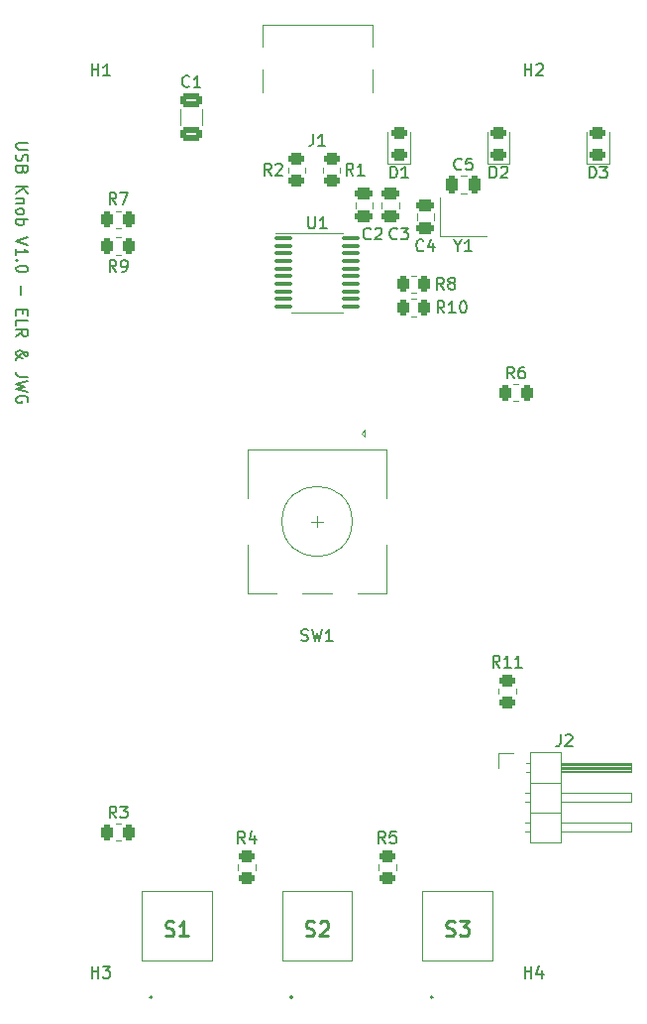
<source format=gto>
%TF.GenerationSoftware,KiCad,Pcbnew,(6.0.5)*%
%TF.CreationDate,2024-07-06T21:19:43+02:00*%
%TF.ProjectId,USB_Knob,5553425f-4b6e-46f6-922e-6b696361645f,rev?*%
%TF.SameCoordinates,Original*%
%TF.FileFunction,Legend,Top*%
%TF.FilePolarity,Positive*%
%FSLAX46Y46*%
G04 Gerber Fmt 4.6, Leading zero omitted, Abs format (unit mm)*
G04 Created by KiCad (PCBNEW (6.0.5)) date 2024-07-06 21:19:43*
%MOMM*%
%LPD*%
G01*
G04 APERTURE LIST*
G04 Aperture macros list*
%AMRoundRect*
0 Rectangle with rounded corners*
0 $1 Rounding radius*
0 $2 $3 $4 $5 $6 $7 $8 $9 X,Y pos of 4 corners*
0 Add a 4 corners polygon primitive as box body*
4,1,4,$2,$3,$4,$5,$6,$7,$8,$9,$2,$3,0*
0 Add four circle primitives for the rounded corners*
1,1,$1+$1,$2,$3*
1,1,$1+$1,$4,$5*
1,1,$1+$1,$6,$7*
1,1,$1+$1,$8,$9*
0 Add four rect primitives between the rounded corners*
20,1,$1+$1,$2,$3,$4,$5,0*
20,1,$1+$1,$4,$5,$6,$7,0*
20,1,$1+$1,$6,$7,$8,$9,0*
20,1,$1+$1,$8,$9,$2,$3,0*%
G04 Aperture macros list end*
%ADD10C,0.150000*%
%ADD11C,0.254000*%
%ADD12C,0.120000*%
%ADD13C,0.200000*%
%ADD14C,0.100000*%
%ADD15RoundRect,0.250000X-0.262500X-0.450000X0.262500X-0.450000X0.262500X0.450000X-0.262500X0.450000X0*%
%ADD16R,1.400000X1.200000*%
%ADD17R,1.400000X2.100000*%
%ADD18RoundRect,0.250000X0.262500X0.450000X-0.262500X0.450000X-0.262500X-0.450000X0.262500X-0.450000X0*%
%ADD19RoundRect,0.250000X-0.450000X0.262500X-0.450000X-0.262500X0.450000X-0.262500X0.450000X0.262500X0*%
%ADD20RoundRect,0.250000X0.450000X-0.262500X0.450000X0.262500X-0.450000X0.262500X-0.450000X-0.262500X0*%
%ADD21R,1.700000X1.700000*%
%ADD22O,1.700000X1.700000*%
%ADD23C,6.400000*%
%ADD24RoundRect,0.250000X-0.475000X0.250000X-0.475000X-0.250000X0.475000X-0.250000X0.475000X0.250000X0*%
%ADD25RoundRect,0.243750X0.456250X-0.243750X0.456250X0.243750X-0.456250X0.243750X-0.456250X-0.243750X0*%
%ADD26C,0.650000*%
%ADD27R,0.600000X1.450000*%
%ADD28R,0.300000X1.450000*%
%ADD29O,1.000000X2.100000*%
%ADD30O,1.000000X1.600000*%
%ADD31RoundRect,0.250000X-0.650000X0.325000X-0.650000X-0.325000X0.650000X-0.325000X0.650000X0.325000X0*%
%ADD32RoundRect,0.250000X-0.250000X-0.475000X0.250000X-0.475000X0.250000X0.475000X-0.250000X0.475000X0*%
%ADD33RoundRect,0.100000X-0.637500X-0.100000X0.637500X-0.100000X0.637500X0.100000X-0.637500X0.100000X0*%
%ADD34R,2.000000X2.000000*%
%ADD35C,2.000000*%
%ADD36R,2.000000X3.200000*%
%ADD37RoundRect,0.250000X0.475000X-0.250000X0.475000X0.250000X-0.475000X0.250000X-0.475000X-0.250000X0*%
G04 APERTURE END LIST*
D10*
X124797619Y-71178571D02*
X123988095Y-71178571D01*
X123892857Y-71226190D01*
X123845238Y-71273809D01*
X123797619Y-71369047D01*
X123797619Y-71559523D01*
X123845238Y-71654761D01*
X123892857Y-71702380D01*
X123988095Y-71750000D01*
X124797619Y-71750000D01*
X123845238Y-72178571D02*
X123797619Y-72321428D01*
X123797619Y-72559523D01*
X123845238Y-72654761D01*
X123892857Y-72702380D01*
X123988095Y-72750000D01*
X124083333Y-72750000D01*
X124178571Y-72702380D01*
X124226190Y-72654761D01*
X124273809Y-72559523D01*
X124321428Y-72369047D01*
X124369047Y-72273809D01*
X124416666Y-72226190D01*
X124511904Y-72178571D01*
X124607142Y-72178571D01*
X124702380Y-72226190D01*
X124750000Y-72273809D01*
X124797619Y-72369047D01*
X124797619Y-72607142D01*
X124750000Y-72750000D01*
X124321428Y-73511904D02*
X124273809Y-73654761D01*
X124226190Y-73702380D01*
X124130952Y-73750000D01*
X123988095Y-73750000D01*
X123892857Y-73702380D01*
X123845238Y-73654761D01*
X123797619Y-73559523D01*
X123797619Y-73178571D01*
X124797619Y-73178571D01*
X124797619Y-73511904D01*
X124750000Y-73607142D01*
X124702380Y-73654761D01*
X124607142Y-73702380D01*
X124511904Y-73702380D01*
X124416666Y-73654761D01*
X124369047Y-73607142D01*
X124321428Y-73511904D01*
X124321428Y-73178571D01*
X123797619Y-74940476D02*
X124797619Y-74940476D01*
X123797619Y-75511904D02*
X124369047Y-75083333D01*
X124797619Y-75511904D02*
X124226190Y-74940476D01*
X124464285Y-75940476D02*
X123797619Y-75940476D01*
X124369047Y-75940476D02*
X124416666Y-75988095D01*
X124464285Y-76083333D01*
X124464285Y-76226190D01*
X124416666Y-76321428D01*
X124321428Y-76369047D01*
X123797619Y-76369047D01*
X123797619Y-76988095D02*
X123845238Y-76892857D01*
X123892857Y-76845238D01*
X123988095Y-76797619D01*
X124273809Y-76797619D01*
X124369047Y-76845238D01*
X124416666Y-76892857D01*
X124464285Y-76988095D01*
X124464285Y-77130952D01*
X124416666Y-77226190D01*
X124369047Y-77273809D01*
X124273809Y-77321428D01*
X123988095Y-77321428D01*
X123892857Y-77273809D01*
X123845238Y-77226190D01*
X123797619Y-77130952D01*
X123797619Y-76988095D01*
X123797619Y-77750000D02*
X124797619Y-77750000D01*
X124416666Y-77750000D02*
X124464285Y-77845238D01*
X124464285Y-78035714D01*
X124416666Y-78130952D01*
X124369047Y-78178571D01*
X124273809Y-78226190D01*
X123988095Y-78226190D01*
X123892857Y-78178571D01*
X123845238Y-78130952D01*
X123797619Y-78035714D01*
X123797619Y-77845238D01*
X123845238Y-77750000D01*
X124797619Y-79273809D02*
X123797619Y-79607142D01*
X124797619Y-79940476D01*
X123797619Y-80797619D02*
X123797619Y-80226190D01*
X123797619Y-80511904D02*
X124797619Y-80511904D01*
X124654761Y-80416666D01*
X124559523Y-80321428D01*
X124511904Y-80226190D01*
X123892857Y-81226190D02*
X123845238Y-81273809D01*
X123797619Y-81226190D01*
X123845238Y-81178571D01*
X123892857Y-81226190D01*
X123797619Y-81226190D01*
X124797619Y-81892857D02*
X124797619Y-81988095D01*
X124750000Y-82083333D01*
X124702380Y-82130952D01*
X124607142Y-82178571D01*
X124416666Y-82226190D01*
X124178571Y-82226190D01*
X123988095Y-82178571D01*
X123892857Y-82130952D01*
X123845238Y-82083333D01*
X123797619Y-81988095D01*
X123797619Y-81892857D01*
X123845238Y-81797619D01*
X123892857Y-81750000D01*
X123988095Y-81702380D01*
X124178571Y-81654761D01*
X124416666Y-81654761D01*
X124607142Y-81702380D01*
X124702380Y-81750000D01*
X124750000Y-81797619D01*
X124797619Y-81892857D01*
X124178571Y-83416666D02*
X124178571Y-84178571D01*
X124321428Y-85416666D02*
X124321428Y-85750000D01*
X123797619Y-85892857D02*
X123797619Y-85416666D01*
X124797619Y-85416666D01*
X124797619Y-85892857D01*
X123797619Y-86797619D02*
X123797619Y-86321428D01*
X124797619Y-86321428D01*
X123797619Y-87702380D02*
X124273809Y-87369047D01*
X123797619Y-87130952D02*
X124797619Y-87130952D01*
X124797619Y-87511904D01*
X124750000Y-87607142D01*
X124702380Y-87654761D01*
X124607142Y-87702380D01*
X124464285Y-87702380D01*
X124369047Y-87654761D01*
X124321428Y-87607142D01*
X124273809Y-87511904D01*
X124273809Y-87130952D01*
X123797619Y-89702380D02*
X123797619Y-89654761D01*
X123845238Y-89559523D01*
X123988095Y-89416666D01*
X124273809Y-89178571D01*
X124416666Y-89083333D01*
X124559523Y-89035714D01*
X124654761Y-89035714D01*
X124750000Y-89083333D01*
X124797619Y-89178571D01*
X124797619Y-89226190D01*
X124750000Y-89321428D01*
X124654761Y-89369047D01*
X124607142Y-89369047D01*
X124511904Y-89321428D01*
X124464285Y-89273809D01*
X124273809Y-88988095D01*
X124226190Y-88940476D01*
X124130952Y-88892857D01*
X123988095Y-88892857D01*
X123892857Y-88940476D01*
X123845238Y-88988095D01*
X123797619Y-89083333D01*
X123797619Y-89226190D01*
X123845238Y-89321428D01*
X123892857Y-89369047D01*
X124083333Y-89511904D01*
X124226190Y-89559523D01*
X124321428Y-89559523D01*
X124797619Y-91178571D02*
X124083333Y-91178571D01*
X123940476Y-91130952D01*
X123845238Y-91035714D01*
X123797619Y-90892857D01*
X123797619Y-90797619D01*
X124797619Y-91559523D02*
X123797619Y-91797619D01*
X124511904Y-91988095D01*
X123797619Y-92178571D01*
X124797619Y-92416666D01*
X124750000Y-93321428D02*
X124797619Y-93226190D01*
X124797619Y-93083333D01*
X124750000Y-92940476D01*
X124654761Y-92845238D01*
X124559523Y-92797619D01*
X124369047Y-92750000D01*
X124226190Y-92750000D01*
X124035714Y-92797619D01*
X123940476Y-92845238D01*
X123845238Y-92940476D01*
X123797619Y-93083333D01*
X123797619Y-93178571D01*
X123845238Y-93321428D01*
X123892857Y-93369047D01*
X124226190Y-93369047D01*
X124226190Y-93178571D01*
%TO.C,R6*%
X166333333Y-91302380D02*
X166000000Y-90826190D01*
X165761904Y-91302380D02*
X165761904Y-90302380D01*
X166142857Y-90302380D01*
X166238095Y-90350000D01*
X166285714Y-90397619D01*
X166333333Y-90492857D01*
X166333333Y-90635714D01*
X166285714Y-90730952D01*
X166238095Y-90778571D01*
X166142857Y-90826190D01*
X165761904Y-90826190D01*
X167190476Y-90302380D02*
X167000000Y-90302380D01*
X166904761Y-90350000D01*
X166857142Y-90397619D01*
X166761904Y-90540476D01*
X166714285Y-90730952D01*
X166714285Y-91111904D01*
X166761904Y-91207142D01*
X166809523Y-91254761D01*
X166904761Y-91302380D01*
X167095238Y-91302380D01*
X167190476Y-91254761D01*
X167238095Y-91207142D01*
X167285714Y-91111904D01*
X167285714Y-90873809D01*
X167238095Y-90778571D01*
X167190476Y-90730952D01*
X167095238Y-90683333D01*
X166904761Y-90683333D01*
X166809523Y-90730952D01*
X166761904Y-90778571D01*
X166714285Y-90873809D01*
%TO.C,Y1*%
X161523809Y-79976190D02*
X161523809Y-80452380D01*
X161190476Y-79452380D02*
X161523809Y-79976190D01*
X161857142Y-79452380D01*
X162714285Y-80452380D02*
X162142857Y-80452380D01*
X162428571Y-80452380D02*
X162428571Y-79452380D01*
X162333333Y-79595238D01*
X162238095Y-79690476D01*
X162142857Y-79738095D01*
D11*
%TO.C,S1*%
X136532380Y-138814047D02*
X136713809Y-138874523D01*
X137016190Y-138874523D01*
X137137142Y-138814047D01*
X137197619Y-138753571D01*
X137258095Y-138632619D01*
X137258095Y-138511666D01*
X137197619Y-138390714D01*
X137137142Y-138330238D01*
X137016190Y-138269761D01*
X136774285Y-138209285D01*
X136653333Y-138148809D01*
X136592857Y-138088333D01*
X136532380Y-137967380D01*
X136532380Y-137846428D01*
X136592857Y-137725476D01*
X136653333Y-137665000D01*
X136774285Y-137604523D01*
X137076666Y-137604523D01*
X137258095Y-137665000D01*
X138467619Y-138874523D02*
X137741904Y-138874523D01*
X138104761Y-138874523D02*
X138104761Y-137604523D01*
X137983809Y-137785952D01*
X137862857Y-137906904D01*
X137741904Y-137967380D01*
D10*
%TO.C,R9*%
X132333333Y-82202380D02*
X132000000Y-81726190D01*
X131761904Y-82202380D02*
X131761904Y-81202380D01*
X132142857Y-81202380D01*
X132238095Y-81250000D01*
X132285714Y-81297619D01*
X132333333Y-81392857D01*
X132333333Y-81535714D01*
X132285714Y-81630952D01*
X132238095Y-81678571D01*
X132142857Y-81726190D01*
X131761904Y-81726190D01*
X132809523Y-82202380D02*
X133000000Y-82202380D01*
X133095238Y-82154761D01*
X133142857Y-82107142D01*
X133238095Y-81964285D01*
X133285714Y-81773809D01*
X133285714Y-81392857D01*
X133238095Y-81297619D01*
X133190476Y-81250000D01*
X133095238Y-81202380D01*
X132904761Y-81202380D01*
X132809523Y-81250000D01*
X132761904Y-81297619D01*
X132714285Y-81392857D01*
X132714285Y-81630952D01*
X132761904Y-81726190D01*
X132809523Y-81773809D01*
X132904761Y-81821428D01*
X133095238Y-81821428D01*
X133190476Y-81773809D01*
X133238095Y-81726190D01*
X133285714Y-81630952D01*
D11*
%TO.C,S2*%
X148532380Y-138814047D02*
X148713809Y-138874523D01*
X149016190Y-138874523D01*
X149137142Y-138814047D01*
X149197619Y-138753571D01*
X149258095Y-138632619D01*
X149258095Y-138511666D01*
X149197619Y-138390714D01*
X149137142Y-138330238D01*
X149016190Y-138269761D01*
X148774285Y-138209285D01*
X148653333Y-138148809D01*
X148592857Y-138088333D01*
X148532380Y-137967380D01*
X148532380Y-137846428D01*
X148592857Y-137725476D01*
X148653333Y-137665000D01*
X148774285Y-137604523D01*
X149076666Y-137604523D01*
X149258095Y-137665000D01*
X149741904Y-137725476D02*
X149802380Y-137665000D01*
X149923333Y-137604523D01*
X150225714Y-137604523D01*
X150346666Y-137665000D01*
X150407142Y-137725476D01*
X150467619Y-137846428D01*
X150467619Y-137967380D01*
X150407142Y-138148809D01*
X149681428Y-138874523D01*
X150467619Y-138874523D01*
D10*
%TO.C,R2*%
X145583333Y-73952380D02*
X145250000Y-73476190D01*
X145011904Y-73952380D02*
X145011904Y-72952380D01*
X145392857Y-72952380D01*
X145488095Y-73000000D01*
X145535714Y-73047619D01*
X145583333Y-73142857D01*
X145583333Y-73285714D01*
X145535714Y-73380952D01*
X145488095Y-73428571D01*
X145392857Y-73476190D01*
X145011904Y-73476190D01*
X145964285Y-73047619D02*
X146011904Y-73000000D01*
X146107142Y-72952380D01*
X146345238Y-72952380D01*
X146440476Y-73000000D01*
X146488095Y-73047619D01*
X146535714Y-73142857D01*
X146535714Y-73238095D01*
X146488095Y-73380952D01*
X145916666Y-73952380D01*
X146535714Y-73952380D01*
%TO.C,R11*%
X165107142Y-115952380D02*
X164773809Y-115476190D01*
X164535714Y-115952380D02*
X164535714Y-114952380D01*
X164916666Y-114952380D01*
X165011904Y-115000000D01*
X165059523Y-115047619D01*
X165107142Y-115142857D01*
X165107142Y-115285714D01*
X165059523Y-115380952D01*
X165011904Y-115428571D01*
X164916666Y-115476190D01*
X164535714Y-115476190D01*
X166059523Y-115952380D02*
X165488095Y-115952380D01*
X165773809Y-115952380D02*
X165773809Y-114952380D01*
X165678571Y-115095238D01*
X165583333Y-115190476D01*
X165488095Y-115238095D01*
X167011904Y-115952380D02*
X166440476Y-115952380D01*
X166726190Y-115952380D02*
X166726190Y-114952380D01*
X166630952Y-115095238D01*
X166535714Y-115190476D01*
X166440476Y-115238095D01*
%TO.C,J2*%
X170301666Y-121682380D02*
X170301666Y-122396666D01*
X170254047Y-122539523D01*
X170158809Y-122634761D01*
X170015952Y-122682380D01*
X169920714Y-122682380D01*
X170730238Y-121777619D02*
X170777857Y-121730000D01*
X170873095Y-121682380D01*
X171111190Y-121682380D01*
X171206428Y-121730000D01*
X171254047Y-121777619D01*
X171301666Y-121872857D01*
X171301666Y-121968095D01*
X171254047Y-122110952D01*
X170682619Y-122682380D01*
X171301666Y-122682380D01*
%TO.C,H2*%
X167238095Y-65452380D02*
X167238095Y-64452380D01*
X167238095Y-64928571D02*
X167809523Y-64928571D01*
X167809523Y-65452380D02*
X167809523Y-64452380D01*
X168238095Y-64547619D02*
X168285714Y-64500000D01*
X168380952Y-64452380D01*
X168619047Y-64452380D01*
X168714285Y-64500000D01*
X168761904Y-64547619D01*
X168809523Y-64642857D01*
X168809523Y-64738095D01*
X168761904Y-64880952D01*
X168190476Y-65452380D01*
X168809523Y-65452380D01*
%TO.C,R10*%
X160357142Y-85702380D02*
X160023809Y-85226190D01*
X159785714Y-85702380D02*
X159785714Y-84702380D01*
X160166666Y-84702380D01*
X160261904Y-84750000D01*
X160309523Y-84797619D01*
X160357142Y-84892857D01*
X160357142Y-85035714D01*
X160309523Y-85130952D01*
X160261904Y-85178571D01*
X160166666Y-85226190D01*
X159785714Y-85226190D01*
X161309523Y-85702380D02*
X160738095Y-85702380D01*
X161023809Y-85702380D02*
X161023809Y-84702380D01*
X160928571Y-84845238D01*
X160833333Y-84940476D01*
X160738095Y-84988095D01*
X161928571Y-84702380D02*
X162023809Y-84702380D01*
X162119047Y-84750000D01*
X162166666Y-84797619D01*
X162214285Y-84892857D01*
X162261904Y-85083333D01*
X162261904Y-85321428D01*
X162214285Y-85511904D01*
X162166666Y-85607142D01*
X162119047Y-85654761D01*
X162023809Y-85702380D01*
X161928571Y-85702380D01*
X161833333Y-85654761D01*
X161785714Y-85607142D01*
X161738095Y-85511904D01*
X161690476Y-85321428D01*
X161690476Y-85083333D01*
X161738095Y-84892857D01*
X161785714Y-84797619D01*
X161833333Y-84750000D01*
X161928571Y-84702380D01*
%TO.C,H1*%
X130238095Y-65452380D02*
X130238095Y-64452380D01*
X130238095Y-64928571D02*
X130809523Y-64928571D01*
X130809523Y-65452380D02*
X130809523Y-64452380D01*
X131809523Y-65452380D02*
X131238095Y-65452380D01*
X131523809Y-65452380D02*
X131523809Y-64452380D01*
X131428571Y-64595238D01*
X131333333Y-64690476D01*
X131238095Y-64738095D01*
%TO.C,H4*%
X167238095Y-142452380D02*
X167238095Y-141452380D01*
X167238095Y-141928571D02*
X167809523Y-141928571D01*
X167809523Y-142452380D02*
X167809523Y-141452380D01*
X168714285Y-141785714D02*
X168714285Y-142452380D01*
X168476190Y-141404761D02*
X168238095Y-142119047D01*
X168857142Y-142119047D01*
%TO.C,C3*%
X156333333Y-79357142D02*
X156285714Y-79404761D01*
X156142857Y-79452380D01*
X156047619Y-79452380D01*
X155904761Y-79404761D01*
X155809523Y-79309523D01*
X155761904Y-79214285D01*
X155714285Y-79023809D01*
X155714285Y-78880952D01*
X155761904Y-78690476D01*
X155809523Y-78595238D01*
X155904761Y-78500000D01*
X156047619Y-78452380D01*
X156142857Y-78452380D01*
X156285714Y-78500000D01*
X156333333Y-78547619D01*
X156666666Y-78452380D02*
X157285714Y-78452380D01*
X156952380Y-78833333D01*
X157095238Y-78833333D01*
X157190476Y-78880952D01*
X157238095Y-78928571D01*
X157285714Y-79023809D01*
X157285714Y-79261904D01*
X157238095Y-79357142D01*
X157190476Y-79404761D01*
X157095238Y-79452380D01*
X156809523Y-79452380D01*
X156714285Y-79404761D01*
X156666666Y-79357142D01*
%TO.C,R8*%
X160333333Y-83702380D02*
X160000000Y-83226190D01*
X159761904Y-83702380D02*
X159761904Y-82702380D01*
X160142857Y-82702380D01*
X160238095Y-82750000D01*
X160285714Y-82797619D01*
X160333333Y-82892857D01*
X160333333Y-83035714D01*
X160285714Y-83130952D01*
X160238095Y-83178571D01*
X160142857Y-83226190D01*
X159761904Y-83226190D01*
X160904761Y-83130952D02*
X160809523Y-83083333D01*
X160761904Y-83035714D01*
X160714285Y-82940476D01*
X160714285Y-82892857D01*
X160761904Y-82797619D01*
X160809523Y-82750000D01*
X160904761Y-82702380D01*
X161095238Y-82702380D01*
X161190476Y-82750000D01*
X161238095Y-82797619D01*
X161285714Y-82892857D01*
X161285714Y-82940476D01*
X161238095Y-83035714D01*
X161190476Y-83083333D01*
X161095238Y-83130952D01*
X160904761Y-83130952D01*
X160809523Y-83178571D01*
X160761904Y-83226190D01*
X160714285Y-83321428D01*
X160714285Y-83511904D01*
X160761904Y-83607142D01*
X160809523Y-83654761D01*
X160904761Y-83702380D01*
X161095238Y-83702380D01*
X161190476Y-83654761D01*
X161238095Y-83607142D01*
X161285714Y-83511904D01*
X161285714Y-83321428D01*
X161238095Y-83226190D01*
X161190476Y-83178571D01*
X161095238Y-83130952D01*
%TO.C,D2*%
X164261904Y-74202380D02*
X164261904Y-73202380D01*
X164500000Y-73202380D01*
X164642857Y-73250000D01*
X164738095Y-73345238D01*
X164785714Y-73440476D01*
X164833333Y-73630952D01*
X164833333Y-73773809D01*
X164785714Y-73964285D01*
X164738095Y-74059523D01*
X164642857Y-74154761D01*
X164500000Y-74202380D01*
X164261904Y-74202380D01*
X165214285Y-73297619D02*
X165261904Y-73250000D01*
X165357142Y-73202380D01*
X165595238Y-73202380D01*
X165690476Y-73250000D01*
X165738095Y-73297619D01*
X165785714Y-73392857D01*
X165785714Y-73488095D01*
X165738095Y-73630952D01*
X165166666Y-74202380D01*
X165785714Y-74202380D01*
%TO.C,D3*%
X172761904Y-74202380D02*
X172761904Y-73202380D01*
X173000000Y-73202380D01*
X173142857Y-73250000D01*
X173238095Y-73345238D01*
X173285714Y-73440476D01*
X173333333Y-73630952D01*
X173333333Y-73773809D01*
X173285714Y-73964285D01*
X173238095Y-74059523D01*
X173142857Y-74154761D01*
X173000000Y-74202380D01*
X172761904Y-74202380D01*
X173666666Y-73202380D02*
X174285714Y-73202380D01*
X173952380Y-73583333D01*
X174095238Y-73583333D01*
X174190476Y-73630952D01*
X174238095Y-73678571D01*
X174285714Y-73773809D01*
X174285714Y-74011904D01*
X174238095Y-74107142D01*
X174190476Y-74154761D01*
X174095238Y-74202380D01*
X173809523Y-74202380D01*
X173714285Y-74154761D01*
X173666666Y-74107142D01*
%TO.C,J1*%
X149166666Y-70452380D02*
X149166666Y-71166666D01*
X149119047Y-71309523D01*
X149023809Y-71404761D01*
X148880952Y-71452380D01*
X148785714Y-71452380D01*
X150166666Y-71452380D02*
X149595238Y-71452380D01*
X149880952Y-71452380D02*
X149880952Y-70452380D01*
X149785714Y-70595238D01*
X149690476Y-70690476D01*
X149595238Y-70738095D01*
%TO.C,R7*%
X132333333Y-76452380D02*
X132000000Y-75976190D01*
X131761904Y-76452380D02*
X131761904Y-75452380D01*
X132142857Y-75452380D01*
X132238095Y-75500000D01*
X132285714Y-75547619D01*
X132333333Y-75642857D01*
X132333333Y-75785714D01*
X132285714Y-75880952D01*
X132238095Y-75928571D01*
X132142857Y-75976190D01*
X131761904Y-75976190D01*
X132666666Y-75452380D02*
X133333333Y-75452380D01*
X132904761Y-76452380D01*
%TO.C,R4*%
X143333333Y-130952380D02*
X143000000Y-130476190D01*
X142761904Y-130952380D02*
X142761904Y-129952380D01*
X143142857Y-129952380D01*
X143238095Y-130000000D01*
X143285714Y-130047619D01*
X143333333Y-130142857D01*
X143333333Y-130285714D01*
X143285714Y-130380952D01*
X143238095Y-130428571D01*
X143142857Y-130476190D01*
X142761904Y-130476190D01*
X144190476Y-130285714D02*
X144190476Y-130952380D01*
X143952380Y-129904761D02*
X143714285Y-130619047D01*
X144333333Y-130619047D01*
%TO.C,R1*%
X152583333Y-73952380D02*
X152250000Y-73476190D01*
X152011904Y-73952380D02*
X152011904Y-72952380D01*
X152392857Y-72952380D01*
X152488095Y-73000000D01*
X152535714Y-73047619D01*
X152583333Y-73142857D01*
X152583333Y-73285714D01*
X152535714Y-73380952D01*
X152488095Y-73428571D01*
X152392857Y-73476190D01*
X152011904Y-73476190D01*
X153535714Y-73952380D02*
X152964285Y-73952380D01*
X153250000Y-73952380D02*
X153250000Y-72952380D01*
X153154761Y-73095238D01*
X153059523Y-73190476D01*
X152964285Y-73238095D01*
%TO.C,R5*%
X155333333Y-130952380D02*
X155000000Y-130476190D01*
X154761904Y-130952380D02*
X154761904Y-129952380D01*
X155142857Y-129952380D01*
X155238095Y-130000000D01*
X155285714Y-130047619D01*
X155333333Y-130142857D01*
X155333333Y-130285714D01*
X155285714Y-130380952D01*
X155238095Y-130428571D01*
X155142857Y-130476190D01*
X154761904Y-130476190D01*
X156238095Y-129952380D02*
X155761904Y-129952380D01*
X155714285Y-130428571D01*
X155761904Y-130380952D01*
X155857142Y-130333333D01*
X156095238Y-130333333D01*
X156190476Y-130380952D01*
X156238095Y-130428571D01*
X156285714Y-130523809D01*
X156285714Y-130761904D01*
X156238095Y-130857142D01*
X156190476Y-130904761D01*
X156095238Y-130952380D01*
X155857142Y-130952380D01*
X155761904Y-130904761D01*
X155714285Y-130857142D01*
%TO.C,H3*%
X130238095Y-142452380D02*
X130238095Y-141452380D01*
X130238095Y-141928571D02*
X130809523Y-141928571D01*
X130809523Y-142452380D02*
X130809523Y-141452380D01*
X131190476Y-141452380D02*
X131809523Y-141452380D01*
X131476190Y-141833333D01*
X131619047Y-141833333D01*
X131714285Y-141880952D01*
X131761904Y-141928571D01*
X131809523Y-142023809D01*
X131809523Y-142261904D01*
X131761904Y-142357142D01*
X131714285Y-142404761D01*
X131619047Y-142452380D01*
X131333333Y-142452380D01*
X131238095Y-142404761D01*
X131190476Y-142357142D01*
%TO.C,C1*%
X138583333Y-66357142D02*
X138535714Y-66404761D01*
X138392857Y-66452380D01*
X138297619Y-66452380D01*
X138154761Y-66404761D01*
X138059523Y-66309523D01*
X138011904Y-66214285D01*
X137964285Y-66023809D01*
X137964285Y-65880952D01*
X138011904Y-65690476D01*
X138059523Y-65595238D01*
X138154761Y-65500000D01*
X138297619Y-65452380D01*
X138392857Y-65452380D01*
X138535714Y-65500000D01*
X138583333Y-65547619D01*
X139535714Y-66452380D02*
X138964285Y-66452380D01*
X139250000Y-66452380D02*
X139250000Y-65452380D01*
X139154761Y-65595238D01*
X139059523Y-65690476D01*
X138964285Y-65738095D01*
%TO.C,C5*%
X161833333Y-73427142D02*
X161785714Y-73474761D01*
X161642857Y-73522380D01*
X161547619Y-73522380D01*
X161404761Y-73474761D01*
X161309523Y-73379523D01*
X161261904Y-73284285D01*
X161214285Y-73093809D01*
X161214285Y-72950952D01*
X161261904Y-72760476D01*
X161309523Y-72665238D01*
X161404761Y-72570000D01*
X161547619Y-72522380D01*
X161642857Y-72522380D01*
X161785714Y-72570000D01*
X161833333Y-72617619D01*
X162738095Y-72522380D02*
X162261904Y-72522380D01*
X162214285Y-72998571D01*
X162261904Y-72950952D01*
X162357142Y-72903333D01*
X162595238Y-72903333D01*
X162690476Y-72950952D01*
X162738095Y-72998571D01*
X162785714Y-73093809D01*
X162785714Y-73331904D01*
X162738095Y-73427142D01*
X162690476Y-73474761D01*
X162595238Y-73522380D01*
X162357142Y-73522380D01*
X162261904Y-73474761D01*
X162214285Y-73427142D01*
%TO.C,D1*%
X155761904Y-74202380D02*
X155761904Y-73202380D01*
X156000000Y-73202380D01*
X156142857Y-73250000D01*
X156238095Y-73345238D01*
X156285714Y-73440476D01*
X156333333Y-73630952D01*
X156333333Y-73773809D01*
X156285714Y-73964285D01*
X156238095Y-74059523D01*
X156142857Y-74154761D01*
X156000000Y-74202380D01*
X155761904Y-74202380D01*
X157285714Y-74202380D02*
X156714285Y-74202380D01*
X157000000Y-74202380D02*
X157000000Y-73202380D01*
X156904761Y-73345238D01*
X156809523Y-73440476D01*
X156714285Y-73488095D01*
%TO.C,R3*%
X132333333Y-128802380D02*
X132000000Y-128326190D01*
X131761904Y-128802380D02*
X131761904Y-127802380D01*
X132142857Y-127802380D01*
X132238095Y-127850000D01*
X132285714Y-127897619D01*
X132333333Y-127992857D01*
X132333333Y-128135714D01*
X132285714Y-128230952D01*
X132238095Y-128278571D01*
X132142857Y-128326190D01*
X131761904Y-128326190D01*
X132666666Y-127802380D02*
X133285714Y-127802380D01*
X132952380Y-128183333D01*
X133095238Y-128183333D01*
X133190476Y-128230952D01*
X133238095Y-128278571D01*
X133285714Y-128373809D01*
X133285714Y-128611904D01*
X133238095Y-128707142D01*
X133190476Y-128754761D01*
X133095238Y-128802380D01*
X132809523Y-128802380D01*
X132714285Y-128754761D01*
X132666666Y-128707142D01*
%TO.C,U1*%
X148738095Y-77502380D02*
X148738095Y-78311904D01*
X148785714Y-78407142D01*
X148833333Y-78454761D01*
X148928571Y-78502380D01*
X149119047Y-78502380D01*
X149214285Y-78454761D01*
X149261904Y-78407142D01*
X149309523Y-78311904D01*
X149309523Y-77502380D01*
X150309523Y-78502380D02*
X149738095Y-78502380D01*
X150023809Y-78502380D02*
X150023809Y-77502380D01*
X149928571Y-77645238D01*
X149833333Y-77740476D01*
X149738095Y-77788095D01*
%TO.C,SW1*%
X148166666Y-113654761D02*
X148309523Y-113702380D01*
X148547619Y-113702380D01*
X148642857Y-113654761D01*
X148690476Y-113607142D01*
X148738095Y-113511904D01*
X148738095Y-113416666D01*
X148690476Y-113321428D01*
X148642857Y-113273809D01*
X148547619Y-113226190D01*
X148357142Y-113178571D01*
X148261904Y-113130952D01*
X148214285Y-113083333D01*
X148166666Y-112988095D01*
X148166666Y-112892857D01*
X148214285Y-112797619D01*
X148261904Y-112750000D01*
X148357142Y-112702380D01*
X148595238Y-112702380D01*
X148738095Y-112750000D01*
X149071428Y-112702380D02*
X149309523Y-113702380D01*
X149500000Y-112988095D01*
X149690476Y-113702380D01*
X149928571Y-112702380D01*
X150833333Y-113702380D02*
X150261904Y-113702380D01*
X150547619Y-113702380D02*
X150547619Y-112702380D01*
X150452380Y-112845238D01*
X150357142Y-112940476D01*
X150261904Y-112988095D01*
D11*
%TO.C,S3*%
X160532380Y-138814047D02*
X160713809Y-138874523D01*
X161016190Y-138874523D01*
X161137142Y-138814047D01*
X161197619Y-138753571D01*
X161258095Y-138632619D01*
X161258095Y-138511666D01*
X161197619Y-138390714D01*
X161137142Y-138330238D01*
X161016190Y-138269761D01*
X160774285Y-138209285D01*
X160653333Y-138148809D01*
X160592857Y-138088333D01*
X160532380Y-137967380D01*
X160532380Y-137846428D01*
X160592857Y-137725476D01*
X160653333Y-137665000D01*
X160774285Y-137604523D01*
X161076666Y-137604523D01*
X161258095Y-137665000D01*
X161681428Y-137604523D02*
X162467619Y-137604523D01*
X162044285Y-138088333D01*
X162225714Y-138088333D01*
X162346666Y-138148809D01*
X162407142Y-138209285D01*
X162467619Y-138330238D01*
X162467619Y-138632619D01*
X162407142Y-138753571D01*
X162346666Y-138814047D01*
X162225714Y-138874523D01*
X161862857Y-138874523D01*
X161741904Y-138814047D01*
X161681428Y-138753571D01*
D10*
%TO.C,C4*%
X158583333Y-80357142D02*
X158535714Y-80404761D01*
X158392857Y-80452380D01*
X158297619Y-80452380D01*
X158154761Y-80404761D01*
X158059523Y-80309523D01*
X158011904Y-80214285D01*
X157964285Y-80023809D01*
X157964285Y-79880952D01*
X158011904Y-79690476D01*
X158059523Y-79595238D01*
X158154761Y-79500000D01*
X158297619Y-79452380D01*
X158392857Y-79452380D01*
X158535714Y-79500000D01*
X158583333Y-79547619D01*
X159440476Y-79785714D02*
X159440476Y-80452380D01*
X159202380Y-79404761D02*
X158964285Y-80119047D01*
X159583333Y-80119047D01*
%TO.C,C2*%
X154083333Y-79357142D02*
X154035714Y-79404761D01*
X153892857Y-79452380D01*
X153797619Y-79452380D01*
X153654761Y-79404761D01*
X153559523Y-79309523D01*
X153511904Y-79214285D01*
X153464285Y-79023809D01*
X153464285Y-78880952D01*
X153511904Y-78690476D01*
X153559523Y-78595238D01*
X153654761Y-78500000D01*
X153797619Y-78452380D01*
X153892857Y-78452380D01*
X154035714Y-78500000D01*
X154083333Y-78547619D01*
X154464285Y-78547619D02*
X154511904Y-78500000D01*
X154607142Y-78452380D01*
X154845238Y-78452380D01*
X154940476Y-78500000D01*
X154988095Y-78547619D01*
X155035714Y-78642857D01*
X155035714Y-78738095D01*
X154988095Y-78880952D01*
X154416666Y-79452380D01*
X155035714Y-79452380D01*
D12*
%TO.C,R6*%
X166272936Y-91765000D02*
X166727064Y-91765000D01*
X166272936Y-93235000D02*
X166727064Y-93235000D01*
%TO.C,Y1*%
X160000000Y-79150000D02*
X164000000Y-79150000D01*
X160000000Y-75850000D02*
X160000000Y-79150000D01*
D13*
%TO.C,S1*%
X135200000Y-144100000D02*
X135200000Y-144100000D01*
D14*
X134500000Y-141000000D02*
X134500000Y-135000000D01*
X134500000Y-135000000D02*
X140500000Y-135000000D01*
X140500000Y-141000000D02*
X134500000Y-141000000D01*
D13*
X135400000Y-144100000D02*
X135400000Y-144100000D01*
D14*
X140500000Y-135000000D02*
X140500000Y-141000000D01*
D13*
X135200000Y-144100000D02*
G75*
G03*
X135400000Y-144100000I100000J0D01*
G01*
X135400000Y-144100000D02*
G75*
G03*
X135200000Y-144100000I-100000J0D01*
G01*
D12*
%TO.C,R9*%
X132727064Y-80735000D02*
X132272936Y-80735000D01*
X132727064Y-79265000D02*
X132272936Y-79265000D01*
D14*
%TO.C,S2*%
X152500000Y-135000000D02*
X152500000Y-141000000D01*
X152500000Y-141000000D02*
X146500000Y-141000000D01*
X146500000Y-141000000D02*
X146500000Y-135000000D01*
X146500000Y-135000000D02*
X152500000Y-135000000D01*
D13*
X147200000Y-144100000D02*
X147200000Y-144100000D01*
X147400000Y-144100000D02*
X147400000Y-144100000D01*
X147200000Y-144100000D02*
G75*
G03*
X147400000Y-144100000I100000J0D01*
G01*
X147400000Y-144100000D02*
G75*
G03*
X147200000Y-144100000I-100000J0D01*
G01*
D12*
%TO.C,R2*%
X148485000Y-73272936D02*
X148485000Y-73727064D01*
X147015000Y-73272936D02*
X147015000Y-73727064D01*
%TO.C,R11*%
X166485000Y-118227064D02*
X166485000Y-117772936D01*
X165015000Y-118227064D02*
X165015000Y-117772936D01*
%TO.C,J2*%
X170350000Y-123170000D02*
X167690000Y-123170000D01*
X170350000Y-124120000D02*
X176350000Y-124120000D01*
X170350000Y-124300000D02*
X176350000Y-124300000D01*
X170350000Y-124780000D02*
X176350000Y-124780000D01*
X164980000Y-124500000D02*
X164980000Y-123230000D01*
X170350000Y-126660000D02*
X176350000Y-126660000D01*
X167292929Y-126660000D02*
X167690000Y-126660000D01*
X176350000Y-129200000D02*
X176350000Y-129960000D01*
X167690000Y-130910000D02*
X170350000Y-130910000D01*
X176350000Y-124120000D02*
X176350000Y-124880000D01*
X170350000Y-124660000D02*
X176350000Y-124660000D01*
X164980000Y-123230000D02*
X166250000Y-123230000D01*
X167690000Y-123170000D02*
X167690000Y-130910000D01*
X176350000Y-127420000D02*
X170350000Y-127420000D01*
X170350000Y-130910000D02*
X170350000Y-123170000D01*
X176350000Y-126660000D02*
X176350000Y-127420000D01*
X176350000Y-129960000D02*
X170350000Y-129960000D01*
X167292929Y-129200000D02*
X167690000Y-129200000D01*
X167690000Y-128310000D02*
X170350000Y-128310000D01*
X170350000Y-124180000D02*
X176350000Y-124180000D01*
X167292929Y-129960000D02*
X167690000Y-129960000D01*
X167292929Y-127420000D02*
X167690000Y-127420000D01*
X170350000Y-124420000D02*
X176350000Y-124420000D01*
X170350000Y-129200000D02*
X176350000Y-129200000D01*
X167360000Y-124120000D02*
X167690000Y-124120000D01*
X170350000Y-124540000D02*
X176350000Y-124540000D01*
X167690000Y-125770000D02*
X170350000Y-125770000D01*
X176350000Y-124880000D02*
X170350000Y-124880000D01*
X167360000Y-124880000D02*
X167690000Y-124880000D01*
%TO.C,R10*%
X157522936Y-84515000D02*
X157977064Y-84515000D01*
X157522936Y-85985000D02*
X157977064Y-85985000D01*
%TO.C,C3*%
X156485000Y-76238748D02*
X156485000Y-76761252D01*
X155015000Y-76238748D02*
X155015000Y-76761252D01*
%TO.C,R8*%
X157522936Y-83985000D02*
X157977064Y-83985000D01*
X157522936Y-82515000D02*
X157977064Y-82515000D01*
%TO.C,D2*%
X164040000Y-72935000D02*
X165960000Y-72935000D01*
X165960000Y-72935000D02*
X165960000Y-70250000D01*
X164040000Y-70250000D02*
X164040000Y-72935000D01*
%TO.C,D3*%
X172540000Y-70250000D02*
X172540000Y-72935000D01*
X174460000Y-72935000D02*
X174460000Y-70250000D01*
X172540000Y-72935000D02*
X174460000Y-72935000D01*
%TO.C,J1*%
X154200000Y-63000000D02*
X154200000Y-61100000D01*
X144800000Y-66900000D02*
X144800000Y-64900000D01*
X154200000Y-61100000D02*
X144800000Y-61100000D01*
X144800000Y-63000000D02*
X144800000Y-61100000D01*
X154200000Y-66900000D02*
X154200000Y-64900000D01*
%TO.C,R7*%
X132727064Y-77015000D02*
X132272936Y-77015000D01*
X132727064Y-78485000D02*
X132272936Y-78485000D01*
%TO.C,R4*%
X142765000Y-133227064D02*
X142765000Y-132772936D01*
X144235000Y-133227064D02*
X144235000Y-132772936D01*
%TO.C,R1*%
X151485000Y-73272936D02*
X151485000Y-73727064D01*
X150015000Y-73272936D02*
X150015000Y-73727064D01*
%TO.C,R5*%
X154765000Y-133227064D02*
X154765000Y-132772936D01*
X156235000Y-133227064D02*
X156235000Y-132772936D01*
%TO.C,C1*%
X137840000Y-68288748D02*
X137840000Y-69711252D01*
X139660000Y-68288748D02*
X139660000Y-69711252D01*
%TO.C,C5*%
X161738748Y-74015000D02*
X162261252Y-74015000D01*
X161738748Y-75485000D02*
X162261252Y-75485000D01*
%TO.C,D1*%
X157460000Y-72935000D02*
X157460000Y-70250000D01*
X155540000Y-70250000D02*
X155540000Y-72935000D01*
X155540000Y-72935000D02*
X157460000Y-72935000D01*
%TO.C,R3*%
X132272936Y-130735000D02*
X132727064Y-130735000D01*
X132272936Y-129265000D02*
X132727064Y-129265000D01*
%TO.C,U1*%
X149500000Y-78865000D02*
X151700000Y-78865000D01*
X149500000Y-78865000D02*
X145900000Y-78865000D01*
X149500000Y-85635000D02*
X151700000Y-85635000D01*
X149500000Y-85635000D02*
X147300000Y-85635000D01*
%TO.C,SW1*%
X155400000Y-109600000D02*
X153000000Y-109600000D01*
X155400000Y-97400000D02*
X143600000Y-97400000D01*
X153600000Y-95700000D02*
X153600000Y-96300000D01*
X146000000Y-109600000D02*
X143600000Y-109600000D01*
X153600000Y-96300000D02*
X153300000Y-96000000D01*
X143600000Y-109600000D02*
X143600000Y-105500000D01*
X155400000Y-101500000D02*
X155400000Y-97400000D01*
X153300000Y-96000000D02*
X153600000Y-95700000D01*
X143600000Y-101500000D02*
X143600000Y-97400000D01*
X155400000Y-105500000D02*
X155400000Y-109600000D01*
X149500000Y-103000000D02*
X149500000Y-104000000D01*
X150000000Y-103500000D02*
X149000000Y-103500000D01*
X150800000Y-109600000D02*
X148200000Y-109600000D01*
X152500000Y-103500000D02*
G75*
G03*
X152500000Y-103500000I-3000000J0D01*
G01*
D13*
%TO.C,S3*%
X159400000Y-144100000D02*
X159400000Y-144100000D01*
D14*
X164500000Y-141000000D02*
X158500000Y-141000000D01*
X164500000Y-135000000D02*
X164500000Y-141000000D01*
D13*
X159200000Y-144100000D02*
X159200000Y-144100000D01*
D14*
X158500000Y-135000000D02*
X164500000Y-135000000D01*
X158500000Y-141000000D02*
X158500000Y-135000000D01*
D13*
X159400000Y-144100000D02*
G75*
G03*
X159200000Y-144100000I-100000J0D01*
G01*
X159200000Y-144100000D02*
G75*
G03*
X159400000Y-144100000I100000J0D01*
G01*
D12*
%TO.C,C4*%
X158015000Y-77238748D02*
X158015000Y-77761252D01*
X159485000Y-77238748D02*
X159485000Y-77761252D01*
%TO.C,C2*%
X154235000Y-76761252D02*
X154235000Y-76238748D01*
X152765000Y-76761252D02*
X152765000Y-76238748D01*
%TD*%
%LPC*%
D15*
%TO.C,R6*%
X165587500Y-92500000D03*
X167412500Y-92500000D03*
%TD*%
D16*
%TO.C,Y1*%
X160900000Y-78350000D03*
X163100000Y-78350000D03*
X163100000Y-76650000D03*
X160900000Y-76650000D03*
%TD*%
D17*
%TO.C,S1*%
X135250000Y-142550000D03*
X135250000Y-133450000D03*
X139750000Y-142550000D03*
X139750000Y-133450000D03*
%TD*%
D18*
%TO.C,R9*%
X133412500Y-80000000D03*
X131587500Y-80000000D03*
%TD*%
D17*
%TO.C,S2*%
X147250000Y-142550000D03*
X147250000Y-133450000D03*
X151750000Y-142550000D03*
X151750000Y-133450000D03*
%TD*%
D19*
%TO.C,R2*%
X147750000Y-72587500D03*
X147750000Y-74412500D03*
%TD*%
D20*
%TO.C,R11*%
X165750000Y-118912500D03*
X165750000Y-117087500D03*
%TD*%
D21*
%TO.C,J2*%
X166250000Y-124500000D03*
D22*
X166250000Y-127040000D03*
X166250000Y-129580000D03*
%TD*%
D23*
%TO.C,H2*%
X173000000Y-65000000D03*
%TD*%
D15*
%TO.C,R10*%
X156837500Y-85250000D03*
X158662500Y-85250000D03*
%TD*%
D23*
%TO.C,H1*%
X126000000Y-65000000D03*
%TD*%
%TO.C,H4*%
X173000000Y-142000000D03*
%TD*%
D24*
%TO.C,C3*%
X155750000Y-75550000D03*
X155750000Y-77450000D03*
%TD*%
D15*
%TO.C,R8*%
X156837500Y-83250000D03*
X158662500Y-83250000D03*
%TD*%
D25*
%TO.C,D2*%
X165000000Y-72187500D03*
X165000000Y-70312500D03*
%TD*%
%TO.C,D3*%
X173500000Y-72187500D03*
X173500000Y-70312500D03*
%TD*%
D26*
%TO.C,J1*%
X146610000Y-67600000D03*
X152390000Y-67600000D03*
D27*
X152750000Y-69045000D03*
X151950000Y-69045000D03*
D28*
X150750000Y-69045000D03*
X149750000Y-69045000D03*
X149250000Y-69045000D03*
X148250000Y-69045000D03*
D27*
X147050000Y-69045000D03*
X146250000Y-69045000D03*
X146250000Y-69045000D03*
X147050000Y-69045000D03*
D28*
X147750000Y-69045000D03*
X148750000Y-69045000D03*
X150250000Y-69045000D03*
X151250000Y-69045000D03*
D27*
X151950000Y-69045000D03*
X152750000Y-69045000D03*
D29*
X153820000Y-68130000D03*
D30*
X153820000Y-63950000D03*
X145180000Y-63950000D03*
D29*
X145180000Y-68130000D03*
%TD*%
D18*
%TO.C,R7*%
X133412500Y-77750000D03*
X131587500Y-77750000D03*
%TD*%
D20*
%TO.C,R4*%
X143500000Y-133912500D03*
X143500000Y-132087500D03*
%TD*%
D19*
%TO.C,R1*%
X150750000Y-72587500D03*
X150750000Y-74412500D03*
%TD*%
D20*
%TO.C,R5*%
X155500000Y-133912500D03*
X155500000Y-132087500D03*
%TD*%
D23*
%TO.C,H3*%
X126000000Y-142000000D03*
%TD*%
D31*
%TO.C,C1*%
X138750000Y-67525000D03*
X138750000Y-70475000D03*
%TD*%
D32*
%TO.C,C5*%
X161050000Y-74750000D03*
X162950000Y-74750000D03*
%TD*%
D25*
%TO.C,D1*%
X156500000Y-72187500D03*
X156500000Y-70312500D03*
%TD*%
D15*
%TO.C,R3*%
X131587500Y-130000000D03*
X133412500Y-130000000D03*
%TD*%
D33*
%TO.C,U1*%
X146637500Y-79325000D03*
X146637500Y-79975000D03*
X146637500Y-80625000D03*
X146637500Y-81275000D03*
X146637500Y-81925000D03*
X146637500Y-82575000D03*
X146637500Y-83225000D03*
X146637500Y-83875000D03*
X146637500Y-84525000D03*
X146637500Y-85175000D03*
X152362500Y-85175000D03*
X152362500Y-84525000D03*
X152362500Y-83875000D03*
X152362500Y-83225000D03*
X152362500Y-82575000D03*
X152362500Y-81925000D03*
X152362500Y-81275000D03*
X152362500Y-80625000D03*
X152362500Y-79975000D03*
X152362500Y-79325000D03*
%TD*%
D34*
%TO.C,SW1*%
X152000000Y-96000000D03*
D35*
X147000000Y-96000000D03*
X149500000Y-96000000D03*
D36*
X155100000Y-103500000D03*
X143900000Y-103500000D03*
D35*
X147000000Y-110500000D03*
X152000000Y-110500000D03*
%TD*%
D17*
%TO.C,S3*%
X159250000Y-142550000D03*
X159250000Y-133450000D03*
X163750000Y-142550000D03*
X163750000Y-133450000D03*
%TD*%
D24*
%TO.C,C4*%
X158750000Y-76550000D03*
X158750000Y-78450000D03*
%TD*%
D37*
%TO.C,C2*%
X153500000Y-77450000D03*
X153500000Y-75550000D03*
%TD*%
M02*

</source>
